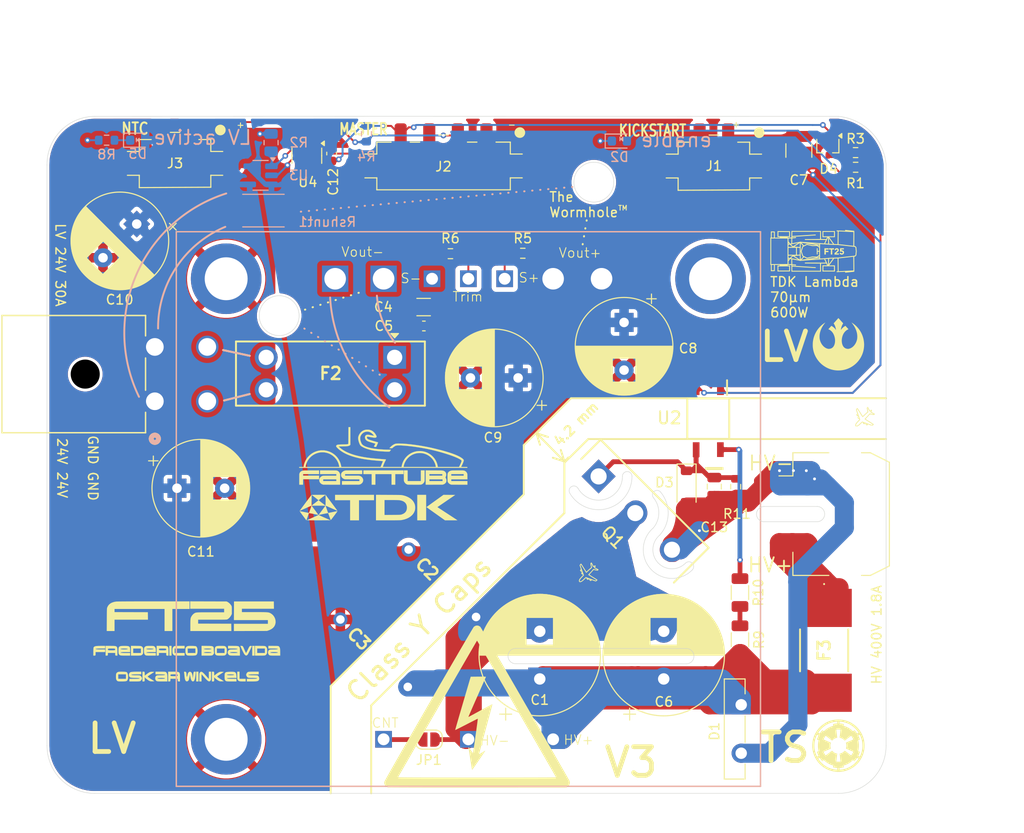
<source format=kicad_pcb>
(kicad_pcb
	(version 20241229)
	(generator "pcbnew")
	(generator_version "9.0")
	(general
		(thickness 1.67)
		(legacy_teardrops no)
	)
	(paper "A4")
	(layers
		(0 "F.Cu" mixed)
		(2 "B.Cu" mixed)
		(9 "F.Adhes" user "F.Adhesive")
		(11 "B.Adhes" user "B.Adhesive")
		(13 "F.Paste" user)
		(15 "B.Paste" user)
		(5 "F.SilkS" user "F.Silkscreen")
		(7 "B.SilkS" user "B.Silkscreen")
		(1 "F.Mask" user)
		(3 "B.Mask" user)
		(17 "Dwgs.User" user "User.Drawings")
		(19 "Cmts.User" user "User.Comments")
		(21 "Eco1.User" user "User.Eco1")
		(23 "Eco2.User" user "User.Eco2")
		(25 "Edge.Cuts" user)
		(27 "Margin" user)
		(31 "F.CrtYd" user "F.Courtyard")
		(29 "B.CrtYd" user "B.Courtyard")
		(35 "F.Fab" user)
		(33 "B.Fab" user)
		(39 "User.1" user)
		(41 "User.2" user)
		(43 "User.3" user)
		(45 "User.4" user)
		(47 "User.5" user)
		(49 "User.6" user)
		(51 "User.7" user)
		(53 "User.8" user)
		(55 "User.9" user)
	)
	(setup
		(stackup
			(layer "F.SilkS"
				(type "Top Silk Screen")
			)
			(layer "F.Paste"
				(type "Top Solder Paste")
			)
			(layer "F.Mask"
				(type "Top Solder Mask")
				(thickness 0.01)
			)
			(layer "F.Cu"
				(type "copper")
				(thickness 0.07)
			)
			(layer "dielectric 1"
				(type "core")
				(thickness 1.51)
				(material "FR4")
				(epsilon_r 4.5)
				(loss_tangent 0.02)
			)
			(layer "B.Cu"
				(type "copper")
				(thickness 0.07)
			)
			(layer "B.Mask"
				(type "Bottom Solder Mask")
				(thickness 0.01)
			)
			(layer "B.Paste"
				(type "Bottom Solder Paste")
			)
			(layer "B.SilkS"
				(type "Bottom Silk Screen")
			)
			(copper_finish "None")
			(dielectric_constraints no)
		)
		(pad_to_mask_clearance 0)
		(allow_soldermask_bridges_in_footprints no)
		(tenting front back)
		(grid_origin 154.6 131.4)
		(pcbplotparams
			(layerselection 0x00000000_00000000_55555555_5755f5ff)
			(plot_on_all_layers_selection 0x00000000_00000000_00000000_00000000)
			(disableapertmacros no)
			(usegerberextensions no)
			(usegerberattributes yes)
			(usegerberadvancedattributes yes)
			(creategerberjobfile no)
			(dashed_line_dash_ratio 12.000000)
			(dashed_line_gap_ratio 3.000000)
			(svgprecision 4)
			(plotframeref no)
			(mode 1)
			(useauxorigin yes)
			(hpglpennumber 1)
			(hpglpenspeed 20)
			(hpglpendiameter 15.000000)
			(pdf_front_fp_property_popups yes)
			(pdf_back_fp_property_popups yes)
			(pdf_metadata yes)
			(pdf_single_document no)
			(dxfpolygonmode yes)
			(dxfimperialunits yes)
			(dxfusepcbnewfont yes)
			(psnegative no)
			(psa4output no)
			(plot_black_and_white yes)
			(plotinvisibletext no)
			(sketchpadsonfab no)
			(plotpadnumbers no)
			(hidednponfab no)
			(sketchdnponfab yes)
			(crossoutdnponfab yes)
			(subtractmaskfromsilk yes)
			(outputformat 1)
			(mirror no)
			(drillshape 0)
			(scaleselection 1)
			(outputdirectory "gerber/")
		)
	)
	(net 0 "")
	(net 1 "/-VIN")
	(net 2 "GND")
	(net 3 "Net-(D4-Pad3)")
	(net 4 "/+VIN")
	(net 5 "+3V3")
	(net 6 "/LV+")
	(net 7 "/3V_buttoncell")
	(net 8 "/TEMP_TSDCDC")
	(net 9 "/HV-in")
	(net 10 "/LV_I_measure")
	(net 11 "/I_meas_weak")
	(net 12 "Net-(U1-+S)")
	(net 13 "Net-(D2-A)")
	(net 14 "Net-(D5-K)")
	(net 15 "/Vout+")
	(net 16 "Net-(R3-Pad2)")
	(net 17 "Net-(U1-TRM)")
	(net 18 "/HV+in")
	(net 19 "/Enable_G")
	(net 20 "/Enable_Opto")
	(net 21 "Net-(JP1-A)")
	(net 22 "Net-(R10-Pad1)")
	(net 23 "/Vout-")
	(footprint "Capacitor_SMD:C_1210_3225Metric" (layer "F.Cu") (at 178.85 64.58 -90))
	(footprint "Resistor_SMD:R_0603_1608Metric" (layer "F.Cu") (at 184.8 64.8))
	(footprint "footprints:airplane" (layer "F.Cu") (at 156.66 108.97 135))
	(footprint "Capacitor_SMD:C_0805_2012Metric" (layer "F.Cu") (at 169.984939 99.830663 -90))
	(footprint "footprints:VY1471M29Y5UC63V0" (layer "F.Cu") (at 130.766058 113.762876 -45))
	(footprint "footprints:rebellion" (layer "F.Cu") (at 183 84.9))
	(footprint "FaSTTUBe_connectors:Micro_Mate-N-Lok_2p_vertical" (layer "F.Cu") (at 169.94 66.21))
	(footprint "Capacitor_THT:CP_Radial_D12.5mm_P5.00mm" (layer "F.Cu") (at 151.679369 120.000968 90))
	(footprint "Capacitor_THT:CP_Radial_D10.0mm_P5.00mm" (layer "F.Cu") (at 109.411454 72.292233 -135))
	(footprint "LOGO"
		(layer "F.Cu")
		(uuid "36ea3436-548e-4414-bac1-a7348850c228")
		(at 180.33 75.14)
		(property "Reference" "G***"
			(at 0 0 0)
			(layer "F.SilkS")
			(hide yes)
			(uuid "f973503b-fa37-47d9-b20f-d30676bb0e6c")
			(effects
				(font
					(size 1.5 1.5)
					(thickness 0.3)
				)
			)
		)
		(property "Value" "LOGO"
			(at 0.75 0 0)
			(layer "F.SilkS")
			(hide yes)
			(uuid "6387be7f-2b16-465c-8f89-140f5aa812b4")
			(effects
				(font
					(size 1.5 1.5)
					(thickness 0.3)
				)
			)
		)
		(property "Datasheet" ""
			(at 0 0 0)
			(layer "F.Fab")
			(hide yes)
			(uuid "41393a24-4ba8-4af2-84c5-5556a5cd9241")
			(effects
				(font
					(size 1.27 1.27)
					(thickness 0.15)
				)
			)
		)
		(property "Description" ""
			(at 0 0 0)
			(layer "F.Fab")
			(hide yes)
			(uuid "47d9374d-4d87-4be0-875b-3451ee135b5f")
			(effects
				(font
					(size 1.27 1.27)
					(thickness 0.15)
				)
			)
		)
		(attr board_only exclude_from_pos_files exclude_from_bom)
		(fp_poly
			(pts
				(xy 2.210106 -0.240934) (xy 2.210106 -0.176067) (xy 2.115122 -0.176067) (xy 2.020138 -0.176067)
				(xy 2.020138 0.088034) (xy 2.020138 0.352134) (xy 1.948322 0.352134) (xy 1.876505 0.352134) (xy 1.876505 0.088034)
				(xy 1.876505 -0.176067) (xy 1.781521 -0.176067) (xy 1.686538 -0.176067) (xy 1.686538 -0.240935)
				(xy 1.686537 -0.305801) (xy 1.948322 -0.305801) (xy 2.210106 -0.305801)
			)
			(stroke
				(width 0)
				(type solid)
			)
			(fill yes)
			(layer "F.SilkS")
			(uuid "7df8e5e8-4ee8-444f-be4a-2fc6df64b466")
		)
		(fp_poly
			(pts
				(xy 1.644837 -0.238617) (xy 1.644837 -0.171435) (xy 1.49657 -0.171434) (xy 1.348303 -0.171434) (xy 1.348303 -0.10425)
				(xy 1.348303 -0.037067) (xy 1.484987 -0.037067) (xy 1.621671 -0.037067) (xy 1.621671 0.030116) (xy 1.621671 0.0973)
				(xy 1.484987 0.0973) (xy 1.348303 0.0973) (xy 1.348303 0.224717) (xy 1.348303 0.352134) (xy 1.27417 0.352134)
				(xy 1.200036 0.352134) (xy 1.200036 0.023167) (xy 1.200037 -0.305801) (xy 1.422437 -0.305801) (xy 1.644836 -0.305801)
			)
			(stroke
				(width 0)
				(type solid)
			)
			(fill yes)
			(layer "F.SilkS")
			(uuid "79488fa3-17fb-4e16-b5f3-2b64540a352f")
		)
		(fp_poly
			(pts
				(xy 2.532179 -0.312678) (xy 2.576155 -0.304473) (xy 2.614922 -0.2894) (xy 2.648 -0.267744) (xy 2.67491 -0.239793)
				(xy 2.695172 -0.205832) (xy 2.704208 -0.181813) (xy 2.708716 -0.159076) (xy 2.7108 -0.130942) (xy 2.71048 -0.100955)
				(xy 2.707773 -0.072656) (xy 2.703574 -0.052464) (xy 2.698715 -0.037255) (xy 2.692926 -0.02316) (xy 2.685517 -0.009402)
				(xy 2.675798 0.004797) (xy 2.663078 0.020215) (xy 2.646666 0.037632) (xy 2.625872 0.057823) (xy 2.600005 0.081568)
				(xy 2.568374 0.109644) (xy 2.53029 0.142829) (xy 2.529931 0.14314) (xy 2.430439 0.229351) (xy 2.575106 0.230575)
				(xy 2.719774 0.231799) (xy 2.719774 0.291967) (xy 2.719774 0.352134) (xy 2.490308 0.352134) (xy 2.260843 0.352134)
				(xy 2.262116 0.277056) (xy 2.263389 0.201979) (xy 2.356056 0.119177) (xy 2.402943 0.077122) (xy 2.443117 0.04073)
				(xy 2.476929 0.009665) (xy 2.504727 -0.016408) (xy 2.526863 -0.037827) (xy 2.543685 -0.054929) (xy 2.555544 -0.06805)
				(xy 2.562789 -0.077524) (xy 2.565176 -0.081851) (xy 2.5716 -0.10729) (xy 2.569746 -0.130812) (xy 2.56056 -0.15134)
				(xy 2.544994 -0.167801) (xy 2.523994 -0.179121) (xy 2.49851 -0.184225) (xy 2.475724 -0.18314) (xy 2.452963 -0.175273)
				(xy 2.433454 -0.159912) (xy 2.418912 -0.1387) (xy 2.413064 -0.123046) (xy 2.407173 -0.101018) (xy 2.367714 -0.103927)
				(xy 2.344598 -0.10571) (xy 2.320508 -0.107692) (xy 2.30031 -0.109471) (xy 2.298702 -0.109622) (xy 2.269145 -0.112408)
				(xy 2.272093 -0.14061) (xy 2.280459 -0.177948) (xy 2.296913 -0.213524) (xy 2.320278 -0.245457) (xy 2.349375 -0.271863)
				(xy 2.357833 -0.277654) (xy 2.388158 -0.29404) (xy 2.420755 -0.305158) (xy 2.458064 -0.31171) (xy 2.483473 -0.313727)
			)
			(stroke
				(width 0)
				(type solid)
			)
			(fill yes)
			(layer "F.SilkS")
			(uuid "c06ae400-d6b0-4739-b2a0-6d35249e5efc")
		)
		(fp_poly
			(pts
				(xy 3.243342 -0.245567) (xy 3.243342 -0.185334) (xy 3.111291 -0.185334) (xy 2.979241 -0.185333)
				(xy 2.979241 -0.135525) (xy 2.979241 -0.085718) (xy 3.035999 -0.085703) (xy 3.075658 -0.084189)
				(xy 3.108746 -0.079239) (xy 3.137528 -0.070212) (xy 3.16427 -0.05647) (xy 3.181956 -0.044466) (xy 3.203555 -0.026318)
				(xy 3.221029 -0.006004) (xy 3.236416 0.019128) (xy 3.246178 0.039116) (xy 3.254238 0.063529) (xy 3.259574 0.09369)
				(xy 3.261941 0.126422) (xy 3.261098 0.158544) (xy 3.257324 0.184609) (xy 3.244399 0.223685) (xy 3.224208 0.260227)
				(xy 3.198098 0.292412) (xy 3.167418 0.318418) (xy 3.150847 0.328502) (xy 3.111135 0.345164) (xy 3.066727 0.356095)
				(xy 3.020478 0.360938) (xy 2.975243 0.359334) (xy 2.945754 0.354196) (xy 2.903627 0.339619) (xy 2.867264 0.317857)
				(xy 2.836999 0.289211) (xy 2.813163 0.253981) (xy 2.79881 0.220868) (xy 2.79432 0.207035) (xy 2.791744 0.197519)
				(xy 2.791552 0.194601) (xy 2.796444 0.193609) (xy 2.808775 0.190877) (xy 2.826961 0.186759) (xy 2.849416 0.181613)
				(xy 2.863407 0.178384) (xy 2.887539 0.172819) (xy 2.908262 0.168078) (xy 2.924002 0.164518) (xy 2.933186 0.162495)
				(xy 2.934883 0.162167) (xy 2.937199 0.166065) (xy 2.941475 0.175947) (xy 2.943919 0.182163) (xy 2.957618 0.206359)
				(xy 2.976856 0.224378) (xy 2.999977 0.235881) (xy 3.025322 0.240528) (xy 3.051235 0.23798) (xy 3.076057 0.227898)
				(xy 3.095075 0.213134) (xy 3.111612 0.190456) (xy 3.120769 0.164235) (xy 3.12262 0.136431) (xy 3.117245 0.108995)
				(xy 3.10472 0.083886) (xy 3.089275 0.066498) (xy 3.070671 0.05315) (xy 3.049056 0.043822) (xy 3.022749 0.038071)
				(xy 2.990066 0.035457) (xy 2.969974 0.03519) (xy 2.940708 0.035905) (xy 2.915232 0.038169) (xy 2.889963 0.042519)
				(xy 2.861313 0.04949) (xy 2.845988 0.053732) (xy 2.835519 0.056704) (xy 2.838042 -0.086323) (xy 2.838768 -0.123978)
				(xy 2.83959 -0.160526) (xy 2.840463 -0.194417) (xy 2.841344 -0.224098) (xy 2.842188 -0.248021) (xy 2.842954 -0.264633)
				(xy 2.843135 -0.267576) (xy 2.845706 -0.305801) (xy 3.044525 -0.305801) (xy 3.243342 -0.305801)
			)
			(stroke
				(width 0)
				(type solid)
			)
			(fill yes)
			(layer "F.SilkS")
			(uuid "5a963cb9-9510-4127-9f96-127e7c222fca")
		)
		(fp_poly
			(pts
				(xy 3.38727 -2.232811) (xy 3.40086 -2.231479) (xy 3.422092 -2.229358) (xy 3.450178 -2.22653) (xy 3.484329 -2.223073)
				(xy 3.523759 -2.219069) (xy 3.567678 -2.214599) (xy 3.615297 -2.209743) (xy 3.66583 -2.204582) (xy 3.718489 -2.199197)
				(xy 3.772484 -2.193667) (xy 3.827029 -2.188075) (xy 3.881335 -2.182501) (xy 3.934614 -2.177024)
				(xy 3.986077 -2.171727) (xy 4.034939 -2.166689) (xy 4.080407 -2.161992) (xy 4.121698 -2.157716)
				(xy 4.158021 -2.153941) (xy 4.188587 -2.150748) (xy 4.200017 -2.149547) (xy 4.234253 -2.145885)
				(xy 4.265408 -2.142435) (xy 4.292316 -2.139335) (xy 4.31381 -2.136726) (xy 4.328722 -2.134745) (xy 4.335885 -2.133532)
				(xy 4.336334 -2.133359) (xy 4.336533 -2.128574) (xy 4.336655 -2.115023) (xy 4.336705 -2.093209)
				(xy 4.336684 -2.063633) (xy 4.336595 -2.026795) (xy 4.33644 -1.983198) (xy 4.336223 -1.933343) (xy 4.335944 -1.877731)
				(xy 4.335608 -1.816864) (xy 4.335216 -1.751243) (xy 4.33477 -1.681369) (xy 4.334273 -1.607743) (xy 4.333728 -1.530869)
				(xy 4.333136 -1.451244) (xy 4.332871 -1.416624) (xy 4.332241 -1.334602) (xy 4.331634 -1.254271)
				(xy 4.33105 -1.176204) (xy 4.330496 -1.10097) (xy 4.329976 -1.029142) (xy 4.329492 -0.961291) (xy 4.329052 -0.897987)
				(xy 4.328655 -0.839801) (xy 4.328308 -0.787305) (xy 4.328013 -0.741071) (xy 4.327776 -0.701668)
				(xy 4.327599 -0.669669) (xy 4.327487 -0.645643) (xy 4.327444 -0.630164) (xy 4.327444 -0.627586)
				(xy 4.327545 -0.55322) (xy 4.37377 -0.54809) (xy 4.419996 -0.542959) (xy 4.484971 -0.483626) (xy 4.505281 -0.464833)
				(xy 4.522986 -0.44798) (xy 4.537024 -0.434118) (xy 4.546333 -0.424295) (xy 4.54985 -0.419562) (xy 4.549855 -0.419489)
				(xy 4.550293 -0.414027) (xy 4.551582 -0.400285) (xy 4.55363 -0.379199) (xy 4.556344 -0.351708) (xy 4.55963 -0.31875)
				(xy 4.563396 -0.281261) (xy 4.567548 -0.240179) (xy 4.571355 -0.202709) (xy 4.592945 0.009267) (xy 4.571355 0.221242)
				(xy 4.566945 0.264663) (xy 4.562841 0.305296) (xy 4.559137 0.342206) (xy 4.555926 0.374453) (xy 4.553301 0.401102)
				(xy 4.551353 0.421213) (xy 4.550178 0.433849) (xy 4.549855 0.438022) (xy 4.546612 0.442512) (xy 4.537531 0.452137)
				(xy 4.523674 0.465847) (xy 4.506105 0.482593) (xy 4.485885 0.501324) (xy 4.484971 0.50216) (xy 4.419997 0.561493)
				(xy 4.373769 0.566623) (xy 4.327545 0.571753) (xy 4.327444 0.646119) (xy 4.327469 0.65926) (xy 4.327563 0.681097)
				(xy 4.327723 0.711058) (xy 4.327945 0.748571) (xy 4.328225 0.793067) (xy 4.328559 0.843974) (xy 4.328943 0.90072)
				(xy 4.329373 0.962734) (xy 4.329846 1.029446) (xy 4.330356 1.100286) (xy 4.330901 1.17468) (xy 4.331477 1.252059)
				(xy 4.332079 1.33185) (xy 4.332704 1.413485) (xy 4.332871 1.435157) (xy 4.333481 1.5158) (xy 4.334047 1.593906)
				(xy 4.334564 1.668978) (xy 4.335032 1.740512) (xy 4.335447 1.808006) (xy 4.335808 1.870958) (xy 4.336111 1.928869)
				(xy 4.336355 1.981237) (xy 4.336537 2.02756) (xy 4.336653 2.067337) (xy 4.336704 2.100067) (xy 4.336685 2.125248)
				(xy 4.336594 2.142379) (xy 4.336429 2.150958) (xy 4.336335 2.151893) (xy 4.331377 2.152884) (xy 4.318367 2.15468)
				(xy 4.298472 2.157138) (xy 4.272859 2.160123) (xy 4.242694 2.163495) (xy 4.209148 2.167117) (xy 4.200017 2.168082)
				(xy 4.172233 2.170992) (xy 4.138346 2.174521) (xy 4.099146 2.178586) (xy 4.055419 2.183108) (xy 4.007954 2.188005)
				(xy 3.957539 2.193199) (xy 3.904962 2.198607) (xy 3.851011 2.204148) (xy 3.796475 2.209742) (xy 3.742141 2.215309)
				(xy 3.688796 2.220768) (xy 3.63723 2.226037) (xy 3.588231 2.231037) (xy 3.542586 2.235687) (xy 3.501083 2.239906)
				(xy 3.464512 2.243614) (xy 3.433658 2.246729) (xy 3.409312 2.249172) (xy 3.39226 2.250859) (xy 3.383291 2.251715)
				(xy 3.382109 2.251806) (xy 3.380255 2.247528) (xy 3.378178 2.23608) (xy 3.376217 2.219545) (xy 3.37545 2.210835)
				(xy 3.3736 2.191763) (xy 3.371439 2.175942) (xy 3.369333 2.165869) (xy 3.368582 2.163999) (xy 3.368194 2.163123)
				(xy 3.367841 2.162336) (xy 3.367055 2.161657) (xy 3.365358 2.161104) (xy 3.362276 2.160697) (xy 3.357337 2.160453)
				(xy 3.350069 2.160392) (xy 3.339994 2.160532) (xy 3.32664 2.16089) (xy 3.309536 2.161487) (xy 3.288204 2.162341)
				(xy 3.26217 2.16347) (xy 3.230964 2.164892) (xy 3.19411 2.166627) (xy 3.151135 2.168692) (xy 3.101565 2.171107)
				(xy 3.044926 2.17389) (xy 2.980744 2.177059) (xy 2.908545 2.180634) (xy 2.827857 2.184632) (xy 2.773776 2.187311)
				(xy 2.723126 2.189773) (xy 2.675244 2.19201) (xy 2.630927 2.19399) (xy 2.590972 2.195683) (xy 2.556177 2.197057)
				(xy 2.52734 2.198081) (xy 2.505257 2.198724) (xy 2.490727 2.198954) (xy 2.484548 2.198738) (xy 2.484397 2.198675)
				(xy 2.482972 2.193086) (xy 2.4815 2.180449) (xy 2.480208 2.162975) (xy 2.479683 2.152716) (xy 2.477796 2.109587)
				(xy 2.502643 2.106603) (xy 2.520245 2.105084) (xy 2.542271 2.103995) (xy 2.563398 2.103579) (xy 2.599307 2.103539)
				(xy 2.599205 2.03983) (xy 2.599136 2.026958) (xy 2.59896 2.005475) (xy 2.598682 1.976034) (xy 2.598313 1.939289)
				(xy 2.597857 1.895895) (xy 2.597323 1.846507) (xy 2.596718 1.791777) (xy 2.596049 1.732363) (xy 2.595323 1.668916)
				(xy 2.594547 1.602089) (xy 2.593729 1.53254) (xy 2.592876 1.460921) (xy 2.592357 1.417804) (xy 2.591488 1.345622)
				(xy 2.590651 1.275356) (xy 2.589851 1.207638) (xy 2.589097 1.143098) (xy 2.588395 1.08237) (xy 2.587752 1.026085)
				(xy 2.587175 0.974875) (xy 2.586672 0.929372) (xy 2.58625 0.890208) (xy 2.585916 0.858015) (xy 2.585677 0.833425)
				(xy 2.585539 0.817069) (xy 2.585508 0.811266) (xy 2.585407 0.763045) (xy 2.477681 0.76615) (xy 2.420738 0.767807)
				(xy 2.372367 0.769264) (xy 2.331872 0.770562) (xy 2.298559 0.771745) (xy 2.271738 0.772854) (xy 2.250712 0.773931)
				(xy 2.234789 0.775018) (xy 2.223275 0.776158) (xy 2.215478 0.777392) (xy 2.210703 0.778764) (xy 2.208257 0.780313)
				(xy 2.207447 0.782084) (xy 2.207419 0.782564) (xy 2.204733 0.787317) (xy 2.196946 0.798996) (xy 2.184444 0.817061)
				(xy 2.167617 0.84097) (xy 2.146849 0.870183) (xy 2.122527 0.90416) (xy 2.09504 0.94236) (xy 2.064773 0.984242)
				(xy 2.032115 1.029266) (xy 1.99745 1.07689) (xy 1.961168 1.126575) (xy 1.960005 1.128165) (xy 1.923623 1.177986)
				(xy 1.888809 1.225823) (xy 1.855956 1.271128) (xy 1.825453 1.313354) (xy 1.797694 1.351955) (xy 1.773068 1.386383)
				(xy 1.751966 1.416092) (xy 1.734781 1.440534) (xy 1.721903 1.459162) (xy 1.713724 1.47143) (xy 1.710635 1.47679)
				(xy 1.710627 1.476824) (xy 1.708624 1.487304) (xy 2.003382 1.487304) (xy 2.298139 1.487304) (xy 2.298144 1.583446)
				(xy 2.298213 1.608384) (xy 2.298406 1.641116) (xy 2.29871 1.680174) (xy 2.299111 1.724089) (xy 2.299595 1.771389)
				(xy 2.300147 1.820606) (xy 2.300755 1.870268) (xy 2.301218 1.905463) (xy 2.304286 2.131339) (xy 1.647305 2.131339)
				(xy 0.990323 2.131339) (xy 0.993195 2.113964) (xy 0.993689 2.106417) (xy 0.994158 2.090423) (xy 0.994594 2.066805)
				(xy 0.99496 2.038672) (xy 1.08875 2.038672) (xy 1.647111 2.038672) (xy 2.205472 2.038672) (xy 2.205472 1.809321)
				(xy 2.205472 1.579971) (xy 1.656421 1.579199) (xy 1.585739 1.579096) (xy 1.517565 1.578991) (xy 1.452484 1.578885)
				(xy 1.391074 1.578779) (xy 1.333918 1.578675) (xy 1.281595 1.578571) (xy 1.234689 1.578472) (xy 1.193778 1.578378)
				(xy 1.159447 1.57829) (xy 1.132272 1.578209) (xy 1.112838 1.578137) (xy 1.101725 1.578074) (xy 1.099261 1.57804)
				(xy 1.097423 1.578408) (xy 1.095875 1.580202) (xy 1.094589 1.584173) (xy 1.093535 1.591074) (xy 1.092682 1.601656)
				(xy 1.091999 1.61667) (xy 1.091456 1.636869) (xy 1.091023 1.663004) (xy 1.090669 1.695827) (xy 1.090364 1.736087)
				(xy 1.090077 1.784539) (xy 1.089951 1.808163) (xy 1.08875 2.038672) (xy 0.99496 2.038672) (xy 0.99499 2.036382)
				(xy 0.995338 1.999975) (xy 0.995631 1.958404) (xy 0.995862 1.912492) (xy 0.996024 1.863057) (xy 0.996108 1.810921)
				(xy 0.996118 1.78963) (xy 0.996169 1.482671) (xy 1.242123 1.482671) (xy 1.291787 1.482595) (xy 1.337431 1.482378)
				(xy 1.378334 1.48203) (xy 1.413769 1.481564) (xy 1.443013 1.480992) (xy 1.465339 1.480327) (xy 1.480024 1.47958)
				(xy 1.486341 1.478764) (xy 1.486531 1.478558) (xy 1.484152 1.47334) (xy 1.478357 1.461039) (xy 1.469747 1.442919)
				(xy 1.458926 1.420247) (xy 1.446495 1.394288) (xy 1.441011 1.382862) (xy 1.397037 1.291279) (xy 1.283478 1.294298)
				(xy 1.249685 1.295057) (xy 1.208904 1.295746) (xy 1.163413 1.296342) (xy 1.11549 1.296818) (xy 1.067413 1.297151)
				(xy 1.021462 1.297314) (xy 1.006594 1.297327) (xy 0.843269 1.297337) (xy 0.843269 1.721288) (xy 0.843269 2.145239)
				(xy -0.708148 2.145239) (xy -2.259563 2.145239) (xy -2.262634 1.935978) (xy -2.263315 1.886185)
				(xy -2.263944 1.833688) (xy -2.264503 1.780411) (xy -2.264976 1.728276) (xy -2.265345 1.679207)
				(xy -2.265592 1.635127) (xy -2.265702 1.59796) (xy -2.265706 1.590794) (xy -2.265739 1.55167) (xy -2.265876 1.520834)
				(xy -2.266173 1.497306) (xy -2.266692 1.480108) (xy -2.26749 1.46826) (xy -2.268626 1.460783) (xy -2.270157 1.456697)
				(xy -2.272141 1.455025) (xy -2.273814 1.454766) (xy -2.280294 1.454537) (xy -2.294854 1.453935)
				(xy -2.316319 1.453013) (xy -2.343512 1.451821) (xy -2.37526 1.450411) (xy -2.410382 1.448834) (xy -2.43019 1.447939)
				(xy -2.468142 1.446262) (xy -2.504686 1.44473) (xy -2.538371 1.443397) (xy -2.567745 1.442318) (xy -2.591357 1.441547)
				(xy -2.607758 1.441142) (xy -2.612049 1.441093) (xy -2.64564 1.44097) (xy -2.64564 1.468771) (xy -2.645639 1.496571)
				(xy -2.525331 1.496571) (xy -2.405021 1.496571) (xy -2.403705 1.805846) (xy -2.403515 1.858546)
				(xy -2.403401 1.908502) (xy -2.40336 1.954946) (xy -2.40339 1.997109) (xy -2.403489 2.034222) (xy -2.403653 2.065515)
				(xy -2.403881 2.090221) (xy -2.404171 2.107569) (xy -2.404518 2.116791) (xy -2.404706 2.118106)
				(xy -2.409529 2.11848) (xy -2.423095 2.118886) (xy -2.44488 2.119321) (xy -2.474362 2.119778) (xy -2.511016 2.120253)
				(xy -2.554319 2.12074) (xy -2.603749 2.121235) (xy -2.658781 2.121732) (xy -2.718891 2.122227) (xy -2.783558 2.122715)
				(xy -2.852257 2.12319) (xy -2.924462 2.123648) (xy -2.999654 2.124083) (xy -3.0638 2.124423) (xy -3.720577 2.127757)
				(xy -3.720577 1.81448) (xy -3.720577 1.593871) (xy -3.62791 1.593871) (xy -3.62791 1.814711) (xy -3.62791 2.03555)
				(xy -3.411698 2.032478) (xy -3.369215 2.031948) (xy -3.31891 2.031448) (xy -3.262228 2.030984) (xy -3.200615 2.030565)
				(xy -3.135516 2.030198) (xy -3.068375 2.029891) (xy -3.000637 2.029653) (xy -2.933749 2.02949) (xy -2.869154 2.029412)
				(xy -2.846385 2.029405) (xy -2.497283 2.029405) (xy -2.498486 1.81048) (xy -2.49969 1.591554) (xy -2.537915 1.591676)
				(xy -2.547579 1.591701) (xy -2.565869 1.591743) (xy -2.592146 1.591801) (xy -2.62577 1.591872) (xy -2.666099 1.591957)
				(xy -2.712496 1.592053) (xy -2.764319 1.592159) (xy -2.820929 1.592274) (xy -2.881685 1.592396)
				(xy -2.945948 1.592525) (xy -3.013077 1.592659) (xy -3.082432 1.592796) (xy -3.102025 1.592834)
				(xy -3.62791 1.593871) (xy -3.720577 1.593871) (xy -3.720577 1.501204) (xy -3.654551 1.501183) (xy -3.624666 1.500936)
				(xy -3.592334 1.500279) (xy -3.561481 1.499312) (xy -3.536401 1.498158) (xy -3.484276 1.495155)
				(xy -3.484276 1.468063) (xy -3.484276 1.44097) (xy -3.740716 1.44097) (xy -3.997156 1.44097) (xy -4.000524 1.764101)
				(xy -4.001097 1.817922) (xy -4.001663 1.868962) (xy -4.002214 1.916476) (xy -4.002738 1.959718)
				(xy -4.003227 1.997942) (xy -4.00367 2.030405) (xy -4.004058 2.056359) (xy -4.004382 2.07506) (xy -4.004631 2.085762)
				(xy -4.004755 2.088096) (xy -4.009616 2.088576) (xy -4.02259 2.089168) (xy -4.042528 2.089847) (xy -4.068278 2.090589)
				(xy -4.098689 2.091373) (xy -4.132609 2.092176) (xy -4.168888 2.092974) (xy -4.206373 2.093745)
				(xy -4.243913 2.094466) (xy -4.28036 2.095114) (xy -4.314559 2.095667) (xy -4.34536 2.096101) (xy -4.371612 2.096393)
				(xy -4.392163 2.096521) (xy -4.405862 2.096463) (xy -4.411559 2.096194) (xy -4.41163 2.096166) (xy -4.412287 2.091243)
				(xy -4.412909 2.077802) (xy -4.413489 2.056593) (xy -4.414016 2.028365) (xy -4.414482 1.993867)
				(xy -4.414878 1.953848) (xy -4.415193 1.909058) (xy -4.415422 1.860246) (xy -4.415551 1.808161)
				(xy -4.415578 1.769665) (xy -4.415578 1.445919) (xy -4.322912 1.44592) (xy -4.322911 1.632667) (xy -4.32283 1.677998)
				(xy -4.322597 1.724363) (xy -4.322233 1.770035) (xy -4.321755 1.813286) (xy -4.321184 1.852391)
				(xy -4.320538 1.885623) (xy -4.319861 1.910511) (xy -4.31681 2.001605) (xy -4.27237 2.001588) (xy -4.250095 2.001348)
				(xy -4.222113 2.000707) (xy -4.191967 1.999762) (xy -4.163205 1.99861) (xy -4.162654 1.998585) (xy -4.09738 1.995599)
				(xy -4.094329 1.722449) (xy -4.093807 1.672987) (xy -4.093375 1.626306) (xy -4.093037 1.583227)
				(xy -4.092796 1.544568) (xy -4.092653 1.51115) (xy -4.092615 1.483793) (xy -4.092685 1.463316) (xy -4.092866 1.450539)
				(xy -4.09313 1.446294) (xy -4.09808 1.445515) (xy -4.111021 1.444917) (xy -4.130668 1.444519) (xy -4.155749 1.444338)
				(xy -4.184984 1.444394) (xy -4.208947 1.444604) (xy -4.322912 1.44592) (xy -4.415578 1.445919) (xy -4.415578 1.445604)
				(xy -4.44609 1.445604) (xy -4.476601 1.445603) (xy -4.472918 1.340195) (xy -4.472551 1.32484) (xy -4.472203 1.300703)
				(xy -4.471875 1.268271) (xy -4.471567 1.22803) (xy -4.471279 1.180464) (xy -4.47101 1.126058) (xy -4.470761 1.065302)
				(xy -4.470532 0.998677) (xy -4.470323 0.92667) (xy -4.470132 0.849767) (xy -4.469964 0.768454) (xy -4.469814 0.683216)
				(xy -4.469683 0.594538) (xy -4.469572 0.502907) (xy -4.469482 0.408808) (xy -4.469412 0.312726)
				(xy -4.469361 0.215146) (xy -4.469329 0.116557) (xy -4.469318 0.017441) (xy -4.469319 0.009267)
				(xy -4.376195 0.009267) (xy -4.376195 1.348304) (xy -3.921735 1.348303) (xy -3.84542 1.348265) (xy -3.763054 1.348156)
				(xy -3.676284 1.347978) (xy -3.586755 1.34774) (xy -3.496112 1.347448) (xy -3.4755 1.34737) (xy -2.566874 1.347369)
				(xy -2.510115 1.350271) (xy -2.485398 1.351507) (xy -2.454562 1.353009) (xy -2.420743 1.354622)
				(xy -2.387079 1.356201) (xy -2.369956 1.35699) (xy -2.342439 1.358262) (xy -2.317591 1.359435) (xy -2.297116 1.360426)
				(xy -2.28272 1.361153) (xy -2.27648 1.361507) (xy -2.266404 1.362204) (xy -2.268995 1.099261) (xy -2.269489 1.050816)
				(xy -2.269988 1.005216) (xy -2.270479 0.963292) (xy -2.270952 0.925869) (xy -2.271395 0.893779)
				(xy -2.271407 0.893007) (xy -2.176597 0.893007) (xy -2.176496 0.920555) (xy -2.176287 0.953996)
				(xy -2.175973 0.992488) (xy -2.175561 1.035186) (xy -2.175055 1.081248) (xy -2.174701 1.110891)
				(xy -2.17154 1.365972) (xy -2.129432 1.368977) (xy -2.067771 1.373609) (xy -2.010185 1.378392) (xy -1.957281 1.383255)
				(xy -1.909674 1.388125) (xy -1.867971 1.39293) (xy -1.832783 1.397595) (xy -1.80472 1.40205) (xy -1.784393 1.406223)
				(xy -1.772412 1.410037) (xy -1.769774 1.411753) (xy -1.769529 1.417538) (xy -1.771735 1.42998) (xy -1.775956 1.446925)
				(xy -1.778921 1.457187) (xy -1.785239 1.477077) (xy -1.790133 1.489488) (xy -1.794401 1.495928)
				(xy -1.798845 1.497914) (xy -1.800426 1.497857) (xy -1.808153 1.49683) (xy -1.823059 1.494741) (xy -1.843149 1.491874)
				(xy -1.866434 1.488511) (xy -1.871871 1.48772) (xy -1.897523 1.484335) (xy -1.929466 1.480654) (xy -1.964746 1.476986)
				(xy -2.000406 1.473642) (xy -2.027089 1.471419) (xy -2.057452 1.46905) (xy -2.086497 1.466764) (xy -2.112259 1.464717)
				(xy -2.132778 1.463064) (xy -2.146087 1.461962) (xy -2.146397 1.461935) (xy -2.173039 1.459646)
				(xy -2.173039 1.489692) (xy -2.172691 1.506113) (xy -2.171285 1.515262) (xy -2.168279 1.519122)
				(xy -2.164797 1.519737) (xy -2.158723 1.520031) (xy -2.144281 1.520874) (xy -2.12235 1.522213) (xy -2.093809 1.52399)
				(xy -2.059538 1.526152) (xy -2.020415 1.528643) (xy -1.977319 1.531407) (xy -1.93113 1.534389) (xy -1.906488 1.535988)
				(xy -1.854929 1.539338) (xy -1.80268 1.542728) (xy -1.751135 1.546071) (xy -1.701688 1.549275) (xy -1.655732 1.55225)
				(xy -1.614661 1.554907) (xy -1.579869 1.557154) (xy -1.552749 1.558901) (xy -1.549854 1.559087)
				(xy -1.519396 1.561047) (xy -1.481663 1.56348) (xy -1.438624 1.566258) (xy -1.392251 1.569254) (xy -1.344516 1.57234)
				(xy -1.297389 1.575391) (xy -1.264903 1.577495) (xy -1.217015 1.580596) (xy -1.16498 1.583963) (xy -1.111213 1.587439)
				(xy -1.058137 1.590868) (xy -1.008165 1.594093) (xy -0.963719 1.596959) (xy -0.942887 1.598301)
				(xy -0.897305 1.601236) (xy -0.845716 1.60456) (xy -0.791355 1.608063) (xy -0.737462 1.611537) (xy -0.687275 1.614773)
				(xy -0.655619 1.616816) (xy -0.610848 1.619703) (xy -0.559926 1.622982) (xy -0.505948 1.626455)
				(xy -0.452011 1.629924) (xy -0.401211 1.633186) (xy -0.363718 1.635592) (xy -0.328419 1.637861)
				(xy -0.285555 1.640625) (xy -0.236806 1.643776) (xy -0.183852 1.647202) (xy -0.128376 1.650799)
				(xy -0.072057 1.654455) (xy -0.016577 1.658062) (xy 0.031407 1.661186) (xy 0.078504 1.664246) (xy 0.122931 1.667115)
				(xy 0.163807 1.669738) (xy 0.200251 1.672059) (xy 0.231381 1.674022) (xy 0.256316 1.675572) (xy 0.274174 1.676652)
				(xy 0.284073 1.677206) (xy 0.285714 1.677271) (xy 0.289145 1.678355) (xy 0.291125 1.682707) (xy 0.291847 1.691981)
				(xy 0.291504 1.70783) (xy 0.290854 1.721421) (xy 0.289553 1.740799) (xy 0.287959 1.756543) (xy 0.286321 1.766454)
				(xy 0.285478 1.768637) (xy 0.280651 1.768608) (xy 0.266958 1.768) (xy 0.24478 1.766836) (xy 0.214499 1.765141)
				(xy 0.176497 1.762937) (xy 0.131153 1.76025) (xy 0.078851 1.757101) (xy 0.019972 1.753516) (xy -0.045106 1.749517)
				(xy -0.115998 1.745128) (xy -0.192324 1.740372) (xy -0.273703 1.735274) (xy -0.359753 1.729857)
				(xy -0.450093 1.724144) (xy -0.544342 1.718159) (xy -0.642118 1.711925) (xy -0.743041 1.705468)
				(xy -0.846728 1.698808) (xy -0.944155 1.692531) (xy -1.050013 1.6857) (xy -1.153439 1.679031) (xy -1.254052 1.67255)
				(xy -1.351472 1.666279) (xy -1.445319 1.660243) (xy -1.535212 1.654466) (xy -1.620772 1.648974)
				(xy -1.701618 1.643789) (xy -1.77737 1.638936) (xy -1.847648 1.634441) (xy -1.912071 1.630326) (xy -1.97026 1.626617)
				(xy -2.021834 1.623337) (xy -2.066412 1.620512) (xy -2.103615 1.618164) (xy -2.133063 1.61632) (xy -2.154375 1.615002)
				(xy -2.167171 1.614236) (xy -2.171095 1.614039) (xy -2.171128 1.618662) (xy -2.171074 1.631645)
				(xy -2.170943 1.652082) (xy -2.170742 1.679067) (xy -2.170476 1.711694) (xy -2.170155 1.749057)
				(xy -2.169782 1.790249) (xy -2.169374 1.833647) (xy -2.167282 2.052572) (xy -0.707684 2.052572)
				(xy 0.751913 2.052572) (xy 0.748501 1.676113) (xy 0.747965 1.617934) (xy 0.747438 1.562492) (xy 0.746927 1.510476)
				(xy 0.746439 1.462575) (xy 0.745982 1.419482) (xy 0.745565 1.381879) (xy 0.745193 1.350461) (xy 0.744876 1.325917)
				(xy 0.74462 1.308934) (xy 0.744433 1.300203) (xy 0.74437 1.299146) (xy 0.739738 1.29906) (xy 0.726314 1.298912)
				(xy 0.704572 1.298707) (xy 0.674985 1.29845) (xy 0.63803 1.298141) (xy 0.594179 1.297786) (xy 0.543907 1.297389)
				(xy 0.487688 1.296953) (xy 0.425996 1.296482) (xy 0.359306 1.295979) (xy 0.288092 1.295448) (xy 0.212828 1.294894)
				(xy 0.133988 1.294318) (xy 0.052047 1.293726) (xy -0.032522 1.293121) (xy -0.050967 1.292989) (xy -0.136082 1.292366)
				(xy -0.218697 1.291727) (xy -0.298338 1.291076) (xy -0.374525 1.29042) (xy -0.446785 1.289762) (xy -0.51464 1.289109)
				(xy -0.577615 1.288467) (xy -0.635234 1.287838) (xy -0.687017 1.287229) (xy -0.732492 1.286647)
				(xy -0.771182 1.286094) (xy -0.80261 1.285578) (xy -0.8263 1.285103) (xy -0.841774 1.284674) (xy -0.848559 1.284296)
				(xy -0.848834 1.284224) (xy -0.849966 1.278521) (xy -0.850313 1.265798) (xy -0.849853 1.248265)
				(xy -0.849272 1.23771) (xy -0.84646 1.194313) (xy -0.241371 1.198332) (xy -0.165921 1.198806) (xy -0.087571 1.199245)
				(xy -0.006827 1.199647) (xy 0.075804 1.200015) (xy 0.159817 1.200345) (xy 0.244705 1.200641) (xy 0.329962 1.2009)
				(xy 0.415083 1.201123) (xy 0.49956 1.201308) (xy 0.582888 1.201456) (xy 0.664561 1.201569) (xy 0.744073 1.201645)
				(xy 0.820918 1.20168) (xy 0.894589 1.201678) (xy 0.964581 1.20164) (xy 1.030387 1.201562) (xy 1.091501 1.201446)
				(xy 1.147417 1.20129) (xy 1.19763 1.201096) (xy 1.241632 1.200862) (xy 1.278919 1.200589) (xy 1.308983 1.200276)
				(xy 1.331319 1.199923) (xy 1.34542 1.19953) (xy 1.35078 1.199096) (xy 1.350806 1.199078) (xy 1.349214 1.19475)
				(xy 1.344123 1.183101) (xy 1.336024 1.165174) (xy 1.325408 1.142014) (xy 1.312764 1.114663) (xy 1.298583 1.084164)
				(xy 1.283355 1.051563) (xy 1.26757 1.0179) (xy 1.251718 0.984222) (xy 1.23629 0.951571) (xy 1.221776 0.920988)
				(xy 1.208665 0.893521) (xy 1.197449 0.87021) (xy 1.188618 0.852101) (xy 1.18266 0.840235) (xy 1.180095 0.835685)
				(xy 1.175226 0.835695) (xy 1.161554 0.836353) (xy 1.139522 0.83763) (xy 1.10957 0.839495) (xy 1.07214 0.84192)
				(xy 1.027672 0.844876) (xy 0.976607 0.848331) (xy 0.919386 0.852257) (xy 0.85645 0.856627) (xy 0.788239 0.861409)
				(xy 0.715194 0.866573) (xy 0.685735 0.868667) (xy 0.663095 0.870269) (xy 0.632355 0.872428) (xy 0.594658 0.875065)
				(xy 0.551149 0.8781) (xy 0.502971 0.881454) (xy 0.451269 0.885047) (xy 0.397186 0.888799) (xy 0.341867 0.89263)
				(xy 0.286456 0.896461) (xy 0.284951 0.896566) (xy 0.176937 0.90403) (xy 0.077696 0.910891) (xy -0.013246 0.917182)
				(xy -0.09636 0.922935) (xy -0.172119 0.928184) (xy -0.240997 0.932962) (xy -0.303464 0.9373) (xy -0.359995 0.941234)
				(xy -0.411061 0.944794) (xy -0.457135 0.948013) (xy -0.49869 0.950924) (xy -0.536198 0.953561) (xy -0.549051 0.954467)
				(xy -0.578891 0.956562) (xy -0.616558 0.95919) (xy -0.660642 0.962254) (xy -0.709728 0.965655) (xy -0.7624 0.969296)
				(xy -0.817245 0.973079) (xy -0.872847 0.976906) (xy -0.927792 0.980679) (xy -0.949836 0.98219) (xy -1.01286 0.986511)
				(xy -1.067275 0.990257) (xy -1.113708 0.993486) (xy -1.152795 0.996259) (xy -1.185167 0.998635)
				(xy -1.211458 1.000672) (xy -1.232301 1.002429) (xy -1.248327 1.003966) (xy -1.26017 1.005342) (xy -1.268462 1.006617)
				(xy -1.273837 1.007848) (xy -1.276926 1.009095) (xy -1.278363 1.010417) (xy -1.27878 1.011874) (xy -1.278804 1.012926)
				(xy -1.282603 1.018344) (xy -1.286912 1.019325) (xy -1.292531 1.018476) (xy -1.306619 1.016012)
				(xy -1.328539 1.012051) (xy -1.357656 1.006711) (xy -1.393335 1.000111) (xy -1.434941 0.992369)
				(xy -1.481838 0.983603) (xy -1.533392 0.973932) (xy -1.588967 0.963474) (xy -1.647926 0.952347)
				(xy -1.709637 0.94067) (xy -1.734781 0.935903) (xy -1.797241 0.924076) (xy -1.857088 0.912784) (xy -1.913699 0.902139)
				(xy -1.953465 0.894691) (xy -1.182718 0.894691) (xy -1.181463 0.896526) (xy -1.178384 0.896375)
				(xy -1.172445 0.895435) (xy -1.157826 0.893191) (xy -1.135011 0.889716) (xy -1.104486 0.885085)
				(xy -1.066734 0.879368) (xy -1.022239 0.87264) (xy -0.971486 0.864975) (xy -0.914959 0.856444) (xy -0.853143 0.847121)
				(xy -0.786521 0.837079) (xy -0.736248 0.829506) (xy 1.283437 0.829506) (xy 1.285371 0.83409) (xy 1.290948 0.846313)
				(xy 1.299823 0.865444) (xy 1.311656 0.890755) (xy 1.326103 0.921518) (xy 1.342822 0.957002) (xy 1.361471 0.99648)
				(xy 1.381708 1.039222) (xy 1.403189 1.0845) (xy 1.404312 1.086863) (xy 1.426648 1.133895) (xy 1.448401 1.179705)
				(xy 1.46914 1.223387) (xy 1.488433 1.264033) (xy 1.50585 1.300734) (xy 1.52096 1.332582) (xy 1.53333 1.358667)
				(xy 1.542531 1.378082) (xy 1.547623 1.388845) (xy 1.556963 1.407744) (xy 1.565324 1.423077) (xy 1.571732 1.433155)
				(xy 1.575015 1.436337) (xy 1.580188 1.435472) (xy 1.580479 1.435179) (xy 1.580745 1.430338) (xy 1.581201 1.417174)
				(xy 1.581825 1.396605) (xy 1.582595 1.369556) (xy 1.58344 1.338627) (xy 1.677952 1.338627) (xy 1.678207 1.349718)
				(xy 1.678783 1.352937) (xy 1.681828 1.348916) (xy 1.689917 1.337994) (xy 1.702623 1.320751) (xy 1.719521 1.297767)
				(xy 1.740185 1.269622) (xy 1.764191 1.236896) (xy 1.791111 1.200169) (xy 1.820521 1.160021) (xy 1.851995 1.117032)
				(xy 1.885108 1.071782) (xy 1.889579 1.065669) (xy 1.9228 1.020219) (xy 1.954356 0.976973) (xy 1.983829 0.936509)
				(xy 2.010802 0.899402) (xy 2.034857 0.866229) (xy 2.055579 0.837567) (xy 2.072549 0.813991) (xy 2.085351 0.796077)
				(xy 2.093565 0.784403) (xy 2.096777 0.779544) (xy 2.096803 0.77944) (xy 2.092053 0.779288) (xy 2.079195 0.779455)
				(xy 2.059383 0.779902) (xy 2.033769 0.780591) (xy 2.003504 0.78148) (xy 1.969743 0.782532) (xy 1.933637 0.783705)
				(xy 1.896338 0.784961) (xy 1.859 0.786261) (xy 1.822775 0.787565) (xy 1.788815 0.788832) (xy 1.758272 0.790024)
				(xy 1.7323 0.791103) (xy 1.712051 0.792025) (xy 1.698677 0.792754) (xy 1.693331 0.79325) (xy 1.693288 0.793274)
				(xy 1.692863 0.798069) (xy 1.692256 0.811168) (xy 1.691498 0.83161) (xy 1.690619 0.858433) (xy 1.68965 0.890677)
				(xy 1.688622 0.92738) (xy 1.687565 0.967583) (xy 1.686964 0.991606) (xy 1.685818 1.037429) (xy 1.684622 1.083742)
				(xy 1.683421 1.128973) (xy 1.682258 1.171551) (xy 1.681174 1.209907) (xy 1.680215 1.242468) (xy 1.67942 1.267665)
				(xy 1.679281 1.271853) (xy 1.678498 1.298287) (xy 1.678052 1.321014) (xy 1.677952 1.338627) (xy 1.58344 1.338627)
				(xy 1.583486 1.336946) (xy 1.584477 1.299698) (xy 1.585544 1.258732) (xy 1.586665 1.214971) (xy 1.587817 1.169336)
				(xy 1.588978 1.122747) (xy 1.590124 1.076128) (xy 1.591233 1.030398) (xy 1.592282 0.98648) (xy 1.593248 0.945295)
				(xy 1.594108 0.907765) (xy 1.594839 0.874811) (xy 1.59542 0.847353) (xy 1.595825 0.826315) (xy 1.596035 0.812617)
				(xy 1.596025 0.807181) (xy 1.596013 0.807129) (xy 1.591202 0.806917) (xy 1.578503 0.807354) (xy 1.559214 0.808346)
				(xy 1.534635 0.809802) (xy 1.506062 0.811628) (xy 1.474798 0.813732) (xy 1.442139 0.816019) (xy 1.409386 0.818398)
				(xy 1.377836 0.820775) (xy 1.348789 0.823057) (xy 1.323544 0.825151) (xy 1.303399 0.826965) (xy 1.289654 0.828405)
				(xy 1.283607 0.829379) (xy 1.283437 0.829506) (xy -0.736248 0.829506) (xy -0.715578 0.826391) (xy -0.714841 0.82628)
				(xy -0.081856 0.82628) (xy -0.08122 0.829034) (xy -0.078767 0.829369) (xy -0.074953 0.827674) (xy -0.075678 0.82628)
				(xy -0.081177 0.825725) (xy -0.081856 0.82628) (xy -0.714841 0.82628) (xy -0.698092 0.823757) (xy -0.055333 0.823758)
				(xy -0.054628 0.823962) (xy -0.053461 0.824142) (xy -0.053284 0.824173) (xy -0.048025 0.823996)
				(xy -0.034245 0.823225) (xy -0.012669 0.821909) (xy 0.01598 0.820095) (xy 0.050977 0.817829) (xy 0.0916 0.81516)
				(xy 0.137123 0.812133) (xy 0.186823 0.808798) (xy 0.239976 0.8052) (xy 0.295858 0.801388) (xy 0.301167 0.801024)
				(xy 0.35717 0.797173) (xy 0.410437 0.793485) (xy 0.460255 0.790012) (xy 0.505907 0.786803) (xy 0.546678 0.783911)
				(xy 0.581854 0.781386) (xy 0.610719 0.779279) (xy 0.632557 0.777641) (xy 0.646656 0.776524) (xy 0.652295 0.775979)
				(xy 0.652368 0.775957) (xy 0.652881 0.771144) (xy 0.652861 0.75965) (xy 0.652367 0.745275) (xy 0.650985 0.715685)
				(xy 0.308117 0.767524) (xy 0.241453 0.777602) (xy 0.18337 0.786385) (xy 0.13329 0.793962) (xy 0.090632 0.800424)
				(xy 0.054816 0.805864) (xy 0.025264 0.81037) (xy 0.001391 0.814035) (xy -0.017378 0.816949) (xy -0.031626 0.819203)
				(xy -0.041931 0.820888) (xy -0.048874 0.822095) (xy -0.053036 0.822915) (xy -0.054995 0.823439)
				(xy -0.055333 0.823758) (xy -0.698092 0.823757) (xy -0.640798 0.815131) (xy -0.562666 0.803369)
				(xy -0.481666 0.791184) (xy -0.398281 0.778643) (xy -0.396152 0.778323) (xy -0.312822 0.765789)
				(xy -0.231929 0.753612) (xy -0.153952 0.741866) (xy -0.07937 0.730622) (xy -0.008663 0.719953) (xy 0.057691 0.709931)
				(xy 0.119212 0.70063) (xy 0.175421 0.692122) (xy 0.225839 0.684478) (xy 0.269988 0.677773) (xy 0.307385 0.672078)
				(xy 0.337554 0.667466) (xy 0.360016 0.664009) (xy 0.37429 0.66178) (xy 0.379898 0.660851) (xy 0.379933 0.660843)
				(xy 0.379681 0.659793) (xy 0.371923 0.658943) (xy 0.361401 0.658553) (xy 0.351224 0.658321) (xy 0.332934 0.657854)
				(xy 0.307679 0.657181) (xy 0.276607 0.656335) (xy 0.24087 0.655346) (xy 0.201615 0.654247) (xy 0.159991 0.653069)
				(xy 0.14595 0.652668) (xy -0.035966 0.647471) (xy 0.463161 0.647471) (xy 0.464457 0.648002) (xy 0.468971 0.6478)
				(xy 0.477786 0.646748) (xy 0.491989 0.644728) (xy 0.51266 0.641622) (xy 0.540888 0.637315) (xy 0.557558 0.634768)
				(xy 0.585496 0.63052) (xy 0.610203 0.626796) (xy 0.630254 0.623808) (xy 0.644228 0.621767) (xy 0.650701 0.620886)
				(xy 0.65095 0.620868) (xy 0.651895 0.616547) (xy 0.652659 0.604829) (xy 0.653155 0.587586) (xy 0.653302 0.569902)
				(xy 0.653116 0.549421) (xy 0.652612 0.532869) (xy 0.651873 0.522117) (xy 0.651112 0.518935) (xy 0.646895 0.521416)
				(xy 0.636334 0.528274) (xy 0.620721 0.538634) (xy 0.601344 0.551622) (xy 0.579495 0.566359) (xy 0.556463 0.58197)
				(xy 0.533539 0.59758) (xy 0.512012 0.612312) (xy 0.493174 0.625292) (xy 0.478313 0.635642) (xy 0.468721 0.642488)
				(xy 0.465883 0.644679) (xy 0.463998 0.646325) (xy 0.463161 0.647471) (xy -0.035966 0.647471) (xy -0.044017 0.647241)
				(xy -0.342868 0.713284) (xy -0.641718 0.779327) (xy -0.79171 0.701927) (xy -0.941701 0.624528) (xy -0.952061 0.63544)
				(xy -0.958763 0.642655) (xy -0.970295 0.655237) (xy -0.985283 0.671674) (xy -1.002345 0.690454)
				(xy -1.010663 0.699635) (xy -1.029669 0.720613) (xy -1.052872 0.746197) (xy -1.078235 0.774147)
				(xy -1.10372 0.802214) (xy -1.125194 0.825849) (xy -1.147108 0.850096) (xy -1.163247 0.868347) (xy -1.174181 0.881358)
				(xy -1.180482 0.889888) (xy -1.182718 0.894691) (xy -1.953465 0.894691) (xy -1.966451 0.892259)
				(xy -2.014719 0.883261) (xy -2.057883 0.875255) (xy -2.095319 0.868362) (xy -2.126404 0.862694)
				(xy -2.150514 0.858368) (xy -2.167027 0.855498) (xy -2.175319 0.854201) (xy -2.1762 0.854152) (xy -2.176454 0.858961)
				(xy -2.176585 0.872194) (xy -2.176597 0.893007) (xy -2.271407 0.893007) (xy -2.271795 0.867849)
				(xy -2.272146 0.848908) (xy -2.272431 0.837785) (xy -2.272596 0.835072) (xy -2.277392 0.833628)
				(xy -2.289081 0.831061) (xy -2.305417 0.827789) (xy -2.324157 0.82423) (xy -2.343055 0.820802) (xy -2.359866 0.817926)
				(xy -2.372344 0.816017) (xy -2.377783 0.815469) (xy -2.382814 0.819107) (xy -2.392881 0.829655)
				(xy -2.407524 0.846565) (xy -2.426279 0.869288) (xy -2.448687 0.897275) (xy -2.474284 0.929976)
				(xy -2.476209 0.932461) (xy -2.566789 1.049453) (xy -2.566831 1.198412) (xy -2.566874 1.347369)
				(xy -3.4755 1.34737) (xy -3.406 1.347107) (xy -3.318066 1.346724) (xy -3.233955 1.346302) (xy -3.155312 1.345851)
				(xy -3.083782 1.345375) (xy -3.063408 1.345223) (xy -2.65954 1.342143) (xy -2.65954 1.193095) (xy -2.659611 1.156856)
				(xy -2.659812 1.123653) (xy -2.660124 1.094605) (xy -2.660532 1.070826) (xy -2.661017 1.053434)
				(xy -2.661562 1.043545) (xy -2.661898 1.041688) (xy -2.662145 1.036887) (xy -2.662378 1.023326)
				(xy -2.662596 1.001515) (xy -2.662801 0.97196) (xy -2.662992 0.935172) (xy -2.663169 0.891656) (xy -2.663333 0.841922)
				(xy -2.663387 0.821797) (xy -2.566931 0.821797) (xy -2.566874 0.839408) (xy -2.566709 0.860783)
				(xy -2.566259 0.878075) (xy -2.565592 0.889598) (xy -2.564775 0.893659) (xy -2.564714 0.89362) (xy -2.561236 0.889331)
				(xy -2.553244 0.879122) (xy -2.541861 0.864434) (xy -2.528206 0.846706) (xy -2.52539 0.843039) (xy -2.488226 0.794619)
				(xy -2.517125 0.789043) (xy -2.537582 0.785026) (xy -2.55152 0.783122) (xy -2.560182 0.78459) (xy -2.56481 0.790688)
				(xy -2.566646 0.80267) (xy -2.566931 0.821797) (xy -2.663387 0.821797) (xy -2.663482 0.786477) (xy -2.663609 0.729562)
				(xy -2.298883 0.729562) (xy -2.297915 0.732277) (xy -2.293989 0.733811) (xy -2.293506 0.733928)
				(xy -2.287109 0.735232) (xy -2.272369 0.738108) (xy -2.250048 0.742409) (xy -2.220911 0.747991)
				(xy -2.185719 0.754708) (xy -2.145236 0.762415) (xy -2.100225 0.770966) (xy -2.051449 0.780215)
				(xy -1.999671 0.790016) (xy -1.962222 0.797097) (xy -1.907812 0.807388) (xy -1.855122 0.817375)
				(xy -1.805011 0.826891) (xy -1.75834 0.835776) (xy -1.715968 0.843863) (xy -1.678754 0.850987) (xy -1.647558 0.856987)
				(xy -1.623239 0.861696) (xy -1.606655 0.864951) (xy -1.60082 0.866128) (xy -1.578228 0.87078) (xy -1.563695 0.873557)
				(xy -1.556196 0.874421) (xy -1.55471 0.873335) (xy -1.558213 0.87026) (xy -1.565681 0.865158) (xy -1.566154 0.86484)
				(xy -1.572816 0.860528) (xy -1.586621 0.851735) (xy -1.606862 0.838906) (xy -1.632833 0.822486)
				(xy -1.663829 0.802921) (xy -1.699143 0.780656) (xy -1.73807 0.756138) (xy -1.779903 0.729811) (xy -1.823937 0.702122)
				(xy -1.838454 0.692997) (xy -2.094621 0.532016) (xy -2.152576 0.586868) (xy -2.176489 0.609499)
				(xy -2.202621 0.634227) (xy -2.228311 0.658535) (xy -2.250897 0.679904) (xy -2.25781 0.686443) (xy -2.276358 0.704107)
				(xy -2.288874 0.7165) (xy -2.296125 0.724644) (xy -2.298883 0.729562) (xy -2.663609 0.729562) (xy -2.663617 0.72583)
				(xy -2.663693 0.68487) (xy -2.571673 0.68487) (xy -2.540314 0.690127) (xy -2.519302 0.69366) (xy -2.49457 0.697834)
				(xy -2.47189 0.701674) (xy -2.453075 0.704574) (xy -2.436731 0.706572) (xy -2.425863 0.707313) (xy -2.424555 0.707275)
				(xy -2.418158 0.703798) (xy -2.405527 0.693951) (xy -2.386929 0.677972) (xy -2.36263 0.656097) (xy -2.332897 0.62856)
				(xy -2.297994 0.595599) (xy -2.29112 0.589048) (xy -2.263177 0.562299) (xy -2.237544 0.537598) (xy -2.214949 0.515664)
				(xy -2.208715 0.509553) (xy -1.950607 0.509553) (xy -1.9468 0.512291) (xy -1.935888 0.519472) (xy -1.918621 0.530621)
				(xy -1.89575 0.545269) (xy -1.868026 0.56294) (xy -1.8362 0.583162) (xy -1.801021 0.605462) (xy -1.763241 0.629367)
				(xy -1.723609 0.654404) (xy -1.682877 0.6801) (xy -1.641795 0.705983) (xy -1.601114 0.731579) (xy -1.561583 0.756416)
				(xy -1.523955 0.780021) (xy -1.488978 0.801921) (xy -1.457405 0.821641) (xy -1.429984 0.838711)
				(xy -1.407468 0.852657) (xy -1.390606 0.863005) (xy -1.380149 0.869285) (xy -1.376851 0.871069)
				(xy -1.376472 0.866591) (xy -1.376257 0.853775) (xy -1.376205 0.833549) (xy -1.376307 0.806839)
				(xy -1.376558 0.774573) (xy -1.376955 0.737678) (xy -1.377492 0.697081) (xy -1.377998 0.663817)
				(xy -1.378705 0.620969) (xy -1.379398 0.581082) (xy -1.38006 0.545089) (xy -1.380671 0.51392) (xy -1.381212 0.488508)
				(xy -1.381664 0.469782) (xy -1.382011 0.458676) (xy -1.382191 0.455901) (xy -1.386851 0.456086)
				(xy -1.398951 0.457069) (xy -1.416719 0.458694) (xy -1.438379 0.460807) (xy -1.44097 0.461066) (xy -1.457491 0.462673)
				(xy -1.48203 0.464986) (xy -1.513376 0.467892) (xy -1.550318 0.471282) (xy -1.591642 0.475044) (xy -1.636139 0.479068)
				(xy -1.682595 0.483242) (xy -1.724763 0.487008) (xy -1.769444 0.491035) (xy -1.811188 0.49489) (xy -1.849114 0.498486)
				(xy -1.882336 0.501734) (xy -1.909972 0.504545) (xy -1.93114 0.506833) (xy -1.944954 0.508509) (xy -1.950533 0.509483)
				(xy -1.950607 0.509553) (xy -2.208715 0.509553) (xy -2.196125 0.497211) (xy -2.1818 0.482955) (xy -2.172706 0.473613)
				(xy -2.169573 0.469902) (xy -2.169584 0.469879) (xy -2.174411 0.469525) (xy -2.187548 0.469178)
				(xy -2.208039 0.468848) (xy -2.234926 0.468543) (xy -2.26725 0.468275) (xy -2.304057 0.468053) (xy -2.344389 0.467886)
				(xy -2.370201 0.467817) (xy -2.56919 0.467385) (xy -2.570431 0.576127) (xy -2.571673 0.68487) (xy -2.663693 0.68487)
				(xy -2.663738 0.660488) (xy -2.663846 0.59096) (xy -2.66394 0.517753) (xy -2.66402 0.441375) (xy -2.664086 0.362335)
				(xy -2.664138 0.28114) (xy -2.664175 0.198299) (xy -2.6642 0.114319) (xy -2.66421 0.029708) (xy -2.664207 -0.055024)
				(xy -2.664189 -0.139372) (xy -2.664158 -0.222825) (xy -2.664113 -0.304878) (xy -2.664079 -0.350676)
				(xy -2.571507 -0.350675) (xy -2.571507 0.009953) (xy -2.571507 0.370583) (xy -2.336365 0.371827)
				(xy -2.283394 0.372113) (xy -2.227372 0.372428) (xy -2.170154 0.372758) (xy -2.1136 0.373095) (xy -2.059564 0.373425)
				(xy -2.009905 0.373739) (xy -1.96648 0.374025) (xy -1.943035 0.374186) (xy -1.784851 0.375301) (xy -1.781479 0.285374)
				(xy -1.780911 0.265127) (xy -1.780452 0.238243) (xy -1.780098 0.20563) (xy -1.779843 0.168198) (xy -1.779684 0.126856)
				(xy -1.779616 0.082512) (xy -1.779634 0.036074) (xy -1.77969 0.009267) (xy -1.686538 0.009267) (xy -1.686538 0.3753)
				(xy -1.606613 0.375163) (xy -1.573414 0.374667) (xy -1.536917 0.373396) (xy -1.500872 0.371526)
				(xy -1.469022 0.369229) (xy -1.459504 0.368351) (xy -1.435295 0.365969) (xy -1.414257 0.363943)
				(xy -1.398169 0.362441) (xy -1.388809 0.361631) (xy -1.387351 0.361539) (xy -1.386326 0.358071)
				(xy -1.385428 0.347555) (xy -1.384654 0.329734) (xy -1.384 0.30435) (xy -1.383461 0.271147) (xy -1.383036 0.229865)
				(xy -1.38272 0.180248) (xy -1.382509 0.122039) (xy -1.382399 0.054979) (xy -1.382385 0.018838) (xy -1.286957 0.018837)
				(xy -1.286947 0.094028) (xy -1.286884 0.168831) (xy -1.286771 0.242676) (xy -1.286609 0.314991)
				(xy -1.286398 0.385207) (xy -1.28614 0.452752) (xy -1.285835 0.517055) (xy -1.285488 0.577547) (xy -1.285097 0.633656)
				(xy -1.284662 0.684811) (xy -1.284186 0.730441) (xy -1.283671 0.769976) (xy -1.283117 0.802846)
				(xy -1.282525 0.828479) (xy -1.281897 0.846304) (xy -1.281234 0.855751) (xy -1.28085 0.857169) (xy -1.27761 0.853858)
				(xy -1.268878 0.844447) (xy -1.255369 0.829718) (xy -1.237797 0.810454) (xy -1.216877 0.787438)
				(xy -1.193321 0.761451) (xy -1.171985 0.73786) (xy -1.145814 0.708926) (xy -1.120848 0.681378) (xy -1.09796 0.65618)
				(xy -1.078025 0.63429) (xy -1.061919 0.616671) (xy -1.050516 0.604284) (xy -1.045723 0.599159) (xy -1.027261 0.579766)
				(xy -1.066709 0.560202) (xy -1.106158 0.540637) (xy -1.155745 0.389627) (xy -1.169744 0.347011)
				(xy -1.184856 0.301041) (xy -1.20031 0.254053) (xy -1.215338 0.208385) (xy -1.229172 0.166372) (xy -1.241043 0.130349)
				(xy -1.243157 0.123942) (xy -1.280981 0.009267) (xy -1.181919 0.009267) (xy -1.105356 0.242092)
				(xy -1.028794 0.474918) (xy -0.828306 0.57788) (xy -0.788293 0.598318) (xy -0.750658 0.617325) (xy -0.716228 0.6345)
				(xy -0.685826 0.649443) (xy -0.66028 0.661749) (xy -0.640412 0.671021) (xy -0.627048 0.676855) (xy -0.621014 0.678849)
				(xy -0.620868 0.67883) (xy -0.615222 0.677504) (xy -0.601316 0.67437) (xy -0.579943 0.669601) (xy -0.551894 0.663374)
				(xy -0.517962 0.655863) (xy -0.478939 0.647245) (xy -0.435616 0.637694) (xy -0.388787 0.627386)
				(xy -0.339242 0.616495) (xy -0.331284 0.614748) (xy -0.04865 0.552678) (xy 0.141317 0.558648) (xy 0.184285 0.559974)
				(xy 0.225962 0.561214) (xy 0.265073 0.562334) (xy 0.300345 0.563298) (xy 0.330503 0.564073) (xy 0.354274 0.564623)
				(xy 0.370385 0.564915) (xy 0.373136 0.564944) (xy 0.414988 0.565268) (xy 0.532987 0.484806) (xy 0.650985 0.404343)
				(xy 0.650819 0.378239) (xy 0.650747 0.367149) (xy 0.650622 0.348161) (xy 0.650453 0.322645) (xy 0.650249 0.291969)
				(xy 0.65002 0.257506) (xy 0.649773 0.22062) (xy 0.649661 0.203867) (xy 0.649048 0.11239) (xy 0.74401 0.11239)
				(xy 0.744036 0.183306) (xy 0.744117 0.252672) (xy 0.744255 0.319886) (xy 0.74445 0.384347) (xy 0.744705 0.445455)
				(xy 0.745018 0.502607) (xy 0.745393 0.555205) (xy 0.745828 0.602644) (xy 0.746327 0.644328) (xy 0.746888 0.679652)
				(xy 0.747513 0.708017) (xy 0.748204 0.728822) (xy 0.748901 0.740802) (xy 0.751473 0.770385) (xy 0.782313 0.767729)
				(xy 0.791641 0.767011) (xy 0.809464 0.765722) (xy 0.835033 0.763916) (xy 0.867597 0.761642) (xy 0.871885 0.761345)
				(xy 2.679697 0.761345) (xy 2.679715 0.774654) (xy 2.679829 0.795967) (xy 2.680031 0.824652) (xy 2.680315 0.860078)
				(xy 2.680674 0.901614) (xy 2.681101 0.948628) (xy 2.68159 1.000489) (xy 2.682134 1.056567) (xy 2.682725 1.116229)
				(xy 2.683358 1.178844) (xy 2.684025 1.243782) (xy 2.68472 1.310411) (xy 2.685436 1.378099) (xy 2.686165 1.446217)
				(xy 2.686902 1.51413) (xy 2.68764 1.58121) (xy 2.688371 1.646824) (xy 2.689089 1.710341) (xy 2.689788 1.771132)
				(xy 2.69046 1.828563) (xy 2.691098 1.882004) (xy 2.691697 1.930822) (xy 2.692248 1.974388) (xy 2.692746 2.01207)
				(xy 2.693184 2.043236) (xy 2.693554 2.067256) (xy 2.69385 2.083496) (xy 2.694065 2.09133) (xy 2.694116 2.091956)
				(xy 2.699164 2.094214) (xy 2.711424 2.095302) (xy 2.727283 2.095108) (xy 2.735419 2.094717) (xy 2.752293 2.093896)
				(xy 2.777385 2.092669) (xy 2.810179 2.091063) (xy 2.850155 2.089102) (xy 2.896796 2.086812) (xy 2.949582 2.084219)
				(xy 3.007997 2.081348) (xy 3.071521 2.078225) (xy 3.139637 2.074875) (xy 3.211827 2.071323) (xy 3.287571 2.067595)
				(xy 3.366352 2.063717) (xy 3.447652 2.059714) (xy 3.499847 2.057143) (xy 3.581895 2.053093) (xy 3.661406 2.049152)
				(xy 3.737889 2.045344) (xy 3.810854 2.041695) (xy 3.87981 2.03823) (xy 3.944268 2.034975) (xy 4.003735 2.031953)
				(xy 4.057722 2.02919) (xy 4.105739 2.026712) (xy 4.147295 2.024542) (xy 4.1819 2.022708) (xy 4.209061 2.021232)
				(xy 4.22829 2.020141) (xy 4.239096 2.019459) (xy 4.241386 2.01924) (xy 4.241524 2.014405) (xy 4.241573 2.000921)
				(xy 4.241538 1.979398) (xy 4.241425 1.950443) (xy 4.24124 1.914669) (xy 4.240987 1.872682) (xy 4.240672 1.825094)
				(xy 4.2403 1.772513) (xy 4.239877 1.715549) (xy 4.239409 1.654811) (xy 4.238899 1.590909) (xy 4.238357 1.524453)
				(xy 4.237784 1.456051) (xy 4.237186 1.386313) (xy 4.236569 1.315848) (xy 4.235942 1.245266) (xy 4.235303 1.175177)
				(xy 4.234662 1.10619) (xy 4.234026 1.038915) (xy 4.233398 0.973958) (xy 4.232784 0.911933) (xy 4.232187 0.853447)
				(xy 4.231615 0.799111) (xy 4.231074 0.749533) (xy 4.230568 0.705322) (xy 4.230102 0.667089) (xy 4.229683 0.635444)
				(xy 4.229315 0.610993) (xy 4.229004 0.594349) (xy 4.228755 0.586119) (xy 4.228675 0.585321) (xy 4.223996 0.585655)
				(xy 4.210689 0.586955) (xy 4.189334 0.589158) (xy 4.160513 0.592198) (xy 4.124806 0.596013) (xy 4.082794 0.600536)
				(xy 4.035057 0.605705) (xy 3.982176 0.611455) (xy 3.924734 0.617721) (xy 3.863309 0.62444) (xy 3.798484 0.631549)
				(xy 3.730838 0.63898) (xy 3.660952 0.64667) (xy 3.589408 0.654558) (xy 3.516786 0.662576) (xy 3.443667 0.67066)
				(xy 3.370632 0.678748) (xy 3.298262 0.686774) (xy 3.227137 0.694674) (xy 3.157838 0.702384) (xy 3.090948 0.709839)
				(xy 3.027043 0.716976) (xy 2.966708 0.723731) (xy 2.910522 0.730038) (xy 2.859067 0.735834) (xy 2.812923 0.741054)
				(xy 2.772671 0.745633) (xy 2.738891 0.749511) (xy 2.712165 0.752619) (xy 2.693074 0.754894) (xy 2.682197 0.756272)
				(xy 2.679781 0.756671) (xy 2.679697 0.761345) (xy 0.871885 0.761345) (xy 0.906406 0.758954) (xy 0.950707 0.755902)
				(xy 0.999753 0.75254) (xy 1.052792 0.748917) (xy 1.109075 0.745088) (xy 1.167851 0.7411) (xy 1.200036 0.738922)
				(xy 1.259156 0.734889) (xy 1.315691 0.73096) (xy 1.368945 0.727188) (xy 1.418226 0.723625) (xy 1.462841 0.720324)
				(xy 1.502096 0.717337) (xy 1.535298 0.714716) (xy 1.561754 0.712514) (xy 1.580771 0.710784) (xy 1.591655 0.709577)
				(xy 1.594003 0.709122) (xy 1.599713 0.707473) (xy 1.610689 0.705799) (xy 1.627258 0.704086) (xy 1.649748 0.702318)
				(xy 1.678484 0.700479) (xy 1.713794 0.698554) (xy 1.756006 0.696528) (xy 1.805446 0.694385) (xy 1.862442 0.692108)
				(xy 1.927321 0.689683) (xy 2.00041 0.687095) (xy 2.082036 0.684327) (xy 2.172526 0.681365) (xy 2.193889 0.680678)
				(xy 2.629423 0.666718) (xy 3.500427 0.569625) (xy 3.589382 0.5597) (xy 3.675908 0.550028) (xy 3.759552 0.540662)
				(xy 3.83986 0.531652) (xy 3.91638 0.52305) (xy 3.988658 0.514907) (xy 4.056242 0.507275) (xy 4.118679 0.500204)
				(xy 4.175512 0.493747) (xy 4.226293 0.487954) (xy 4.270566 0.482878) (xy 4.307879 0.478569) (xy 4.337779 0.47508)
				(xy 4.359813 0.472459) (xy 4.373525 0.470761) (xy 4.378446 0.470045) (xy 4.384581 0.465986) (xy 4.395679 0.456957)
				(xy 4.410016 0.444408) (xy 4.421995 0.433428) (xy 4.458531 0.399298) (xy 4.478575 0.204283) (xy 4.498618 0.009267)
				(xy 4.478575 -0.185749) (xy 4.458531 -0.380765) (xy 4.421995 -0.414895) (xy 4.40635 -0.429149) (xy 4.392637 -0.440981)
				(xy 4.38258 -0.448942) (xy 4.378445 -0.451511) (xy 4.373191 -0.452271) (xy 4.35918 -0.454002) (xy 4.336864 -0.456652)
				(xy 4.306698 -0.460173) (xy 4.269135 -0.464509) (xy 4.224626 -0.469611) (xy 4.173627 -0.475427)
				(xy 4.116589 -0.481907) (xy 4.053966 -0.488998) (xy 3.986211 -0.49665) (xy 3.913777 -0.50481) (xy 3.837117 -0.513427)
				(xy 3.756684 -0.52245) (xy 3.672932 -0.531828) (xy 3.586314 -0.541509) (xy 3.500427 -0.551091) (xy 2.629423 -0.648184)
				(xy 2.193889 -0.662145) (xy 2.101383 -0.665152) (xy 2.017818 -0.667962) (xy 1.942859 -0.670588)
				(xy 1.876184 -0.673048) (xy 1.817465 -0.675356) (xy 1.766373 -0.677528) (xy 1.722583 -0.679579)
				(xy 1.685767 -0.681525) (xy 1.655596 -0.683382) (xy 1.631745 -0.685164) (xy 1.613886 -0.686888)
				(xy 1.601692 -0.688569) (xy 1.594836 -0.690223) (xy 1.594002 -0.690589) (xy 1.588352 -0.691485)
				(xy 1.574316 -0.692907) (xy 1.552688 -0.694801) (xy 1.524267 -0.697113) (xy 1.489845 -0.699789)
				(xy 1.45022 -0.702774) (xy 1.406186 -0.706014) (xy 1.35854 -0.709454) (xy 1.308077 -0.713041) (xy 1.255593 -0.71672)
				(xy 1.201883 -0.720436) (xy 1.147744 -0.724136) (xy 1.09397 -0.727765) (xy 1.041358 -0.731269) (xy 0.990703 -0.734592)
				(xy 0.942801 -0.737682) (xy 0.898448 -0.740484) (xy 0.858438 -0.742943) (xy 0.823569 -0.745005)
				(xy 0.794635 -0.746616) (xy 0.772431 -0.747721) (xy 0.757756 -0.748267) (xy 0.751402 -0.748197)
				(xy 0.751213 -0.748129) (xy 0.750433 -0.742796) (xy 0.749692 -0.728798) (xy 0.748992 -0.706736)
				(xy 0.748334 -0.677209) (xy 0.747719 -0.64082) (xy 0.747147 -0.59817) (xy 0.746621 -0.549858) (xy 0.746139 -0.496487)
				(xy 0.745704 -0.438656) (xy 0.745317 -0.376968) (xy 0.744978 -0.312024) (xy 0.744687 -0.244422)
				(xy 0.744448 -0.174765) (xy 0.74426 -0.103655) (xy 0.744123 -0.031692) (xy 0.74404 0.040523) (xy 0.74401 0.11239)
				(xy 0.649048 0.11239) (xy 0.648668 0.055601) (xy 0.572218 0.0556) (xy 0.495768 0.0556) (xy 0.495768 0.192284)
				(xy 0.495767 0.328968) (xy 0.448276 0.328969) (xy 0.400785 0.328968) (xy 0.400784 0.009267) (xy 0.400784 -0.310434)
				(xy 0.448276 -0.310434) (xy 0.495768 -0.310434) (xy 0.495768 -0.17375) (xy 0.495768 -0.037067) (xy 0.572218 -0.037067)
				(xy 0.648668 -0.037067) (xy 0.649661 -0.185334) (xy 0.649912 -0.222854) (xy 0.65015 -0.258559) (xy 0.650367 -0.291082)
				(xy 0.650552 -0.319051) (xy 0.650698 -0.341098) (xy 0.650795 -0.355856) (xy 0.650819 -0.359706)
				(xy 0.650985 -0.38581) (xy 0.532987 -0.466272) (xy 0.414988 -0.546735) (xy 0.375453 -0.546467) (xy 0.362163 -0.546268)
				(xy 0.340844 -0.545813) (xy 0.312731 -0.545134) (xy 0.279055 -0.544263) (xy 0.241052 -0.543233)
				(xy 0.199954 -0.542075) (xy 0.156996 -0.540822) (xy 0.141353 -0.540355) (xy -0.053211 -0.534511)
				(xy -0.340515 -0.598173) (xy -0.478106 -0.628662) (xy 0.464951 -0.628662) (xy 0.468141 -0.625775)
				(xy 0.477751 -0.618571) (xy 0.49252 -0.607923) (xy 0.511192 -0.5947) (xy 0.532504 -0.579774) (xy 0.555199 -0.564017)
				(xy 0.578016 -0.548298) (xy 0.599697 -0.53349) (xy 0.61898 -0.520463) (xy 0.63461 -0.510088) (xy 0.645324 -0.503238)
				(xy 0.649827 -0.500784) (xy 0.651222 -0.504946) (xy 0.65235 -0.516519) (xy 0.653083 -0.533657) (xy 0.653302 -0.551368)
				(xy 0.653102 -0.571849) (xy 0.652561 -0.5884) (xy 0.651766 -0.599152) (xy 0.65095 -0.602335) (xy 0.645856 -0.603003)
				(xy 0.633025 -0.604866) (xy 0.613881 -0.607711) (xy 0.589845 -0.611328) (xy 0.56234 -0.615505) (xy 0.557517 -0.616241)
				(xy 0.529648 -0.620414) (xy 0.505075 -0.623937) (xy 0.485202 -0.626622) (xy 0.471432 -0.62828) (xy 0.46517 -0.628723)
				(xy 0.464951 -0.628662) (xy -0.478106 -0.628662) (xy -0.627818 -0.661836) (xy -0.828308 -0.55911)
				(xy -1.028798 -0.456384) (xy -1.105358 -0.223559) (xy -1.181919 0.009267) (xy -1.280981 0.009267)
				(xy -1.243157 -0.105409) (xy -1.231782 -0.139917) (xy -1.218287 -0.180893) (xy -1.203441 -0.226004)
				(xy -1.188012 -0.272912) (xy -1.172767 -0.319281) (xy -1.158476 -0.362777) (xy -1.155737 -0.371117)
				(xy -1.106142 -0.52215) (xy -1.073783 -0.538152) (xy -1.041424 -0.554153) (xy -1.161272 -0.696226)
				(xy -1.281121 -0.838299) (xy -1.28395 -0.628808) (xy -1.284524 -0.581136) (xy -1.285033 -0.528142)
				(xy -1.285481 -0.4704) (xy -1.285866 -0.408479) (xy -1.286191 -0.342949) (xy -1.286458 -0.274383)
				(xy -1.286666 -0.203351) (xy -1.286818 -0.130422) (xy -1.286915 -0.056169) (xy -1.286957 0.018837)
				(xy -1.382385 0.018838) (xy -1.382381 0.009267) (xy -1.38243 -0.06336) (xy -1.382578 -0.126978)
				(xy -1.382829 -0.181845) (xy -1.383186 -0.228218) (xy -1.383655 -0.266355) (xy -1.384238 -0.296514)
				(xy -1.384938 -0.318952) (xy -1.385759 -0.333926) (xy -1.386706 -0.341695) (xy -1.387351 -0.343005)
				(xy -1.393529 -0.343492) (xy -1.407146 -0.344739) (xy -1.426424 -0.346576) (xy -1.449581 -0.348836)
				(xy -1.459504 -0.349818) (xy -1.488982 -0.352223) (xy -1.523978 -0.354264) (xy -1.560743 -0.355765)
				(xy -1.595531 -0.356554) (xy -1.606612 -0.35663) (xy -1.686538 -0.356769) (xy -1.686538 0.009267)
				(xy -1.77969 0.009267) (xy -1.779734 -0.011548) (xy -1.779912 -0.059445) (xy -1.780162 -0.106709)
				(xy -1.780482 -0.152431) (xy -1.780865 -0.195701) (xy -1.781309 -0.235612) (xy -1.781807 -0.271255)
				(xy -1.782357 -0.30172) (xy -1.782953 -0.326099) (xy -1.78359 -0.343483) (xy -1.784266 -0.352964)
				(xy -1.784616 -0.354456) (xy -1.78958 -0.354854) (xy -1.803129 -0.355158) (xy -1.824582 -0.35537)
				(xy -1.853259 -0.355491) (xy -1.888479 -0.35552) (xy -1.929559 -0.35546) (xy -1.975821 -0.355311)
				(xy -2.026581 -0.355072) (xy -2.081161 -0.354746) (xy -2.138878 -0.354333) (xy -2.179499 -0.354004)
				(xy -2.571507 -0.350675) (xy -2.664079 -0.350676) (xy -2.664053 -0.385021) (xy -2.66398 -0.462746)
				(xy -2.663893 -0.537545) (xy -2.663793 -0.608912) (xy -2.663695 -0.66625) (xy -2.571507 -0.66625)
				(xy -2.571507 -0.558614) (xy -2.571373 -0.527915) (xy -2.570999 -0.500347) (xy -2.570422 -0.47725)
				(xy -2.569683 -0.459963) (xy -2.568818 -0.449824) (xy -2.568274 -0.447746) (xy -2.561647 -0.446238)
				(xy -2.558628 -0.446974) (xy -2.552746 -0.447507) (xy -2.538602 -0.448012) (xy -2.517198 -0.448475)
				(xy -2.48954 -0.448882) (xy -2.456631 -0.44922) (xy -2.419476 -0.449475) (xy -2.379077 -0.449633)
				(xy -2.359152 -0.449671) (xy -2.166089 -0.449907) (xy -2.208605 -0.49102) (xy -1.950607 -0.49102)
				(xy -1.946145 -0.49014) (xy -1.933334 -0.488548) (xy -1.913058 -0.486331) (xy -1.886198 -0.483578)
				(xy -1.853642 -0.480378) (xy -1.816268 -0.476817) (xy -1.774962 -0.472986) (xy -1.730608 -0.468971)
				(xy -1.724763 -0.468449) (xy -1.663928 -0.462994) (xy -1.607414 -0.457865) (xy -1.555839 -0.453121)
				(xy -1.509817 -0.44882) (xy -1.469966 -0.44502) (xy -1.436903 -0.441783) (xy -1.411243 -0.439165)
				(xy -1.393603 -0.437225) (xy -1.384753 -0.43605) (xy -1.384007 -0.440394) (xy -1.383159 -0.452992)
				(xy -1.382244 -0.472831) (xy -1.3813 -0.498898) (xy -1.380362 -0.530185) (xy -1.379467 -0.565675)
				(xy -1.378651 -0.604358) (xy -1.378579 -0.608127) (xy -1.377873 -0.648965) (xy -1.377304 -0.688359)
				(xy -1.376884 -0.724987) (xy -1.376624 -0.757529) (xy -1.376534 -0.784669) (xy -1.376625 -0.805083)
				(xy -1.37688 -0.816838) (xy -1.378421 -0.852958) (xy -1.664498 -0.673204) (xy -1.711119 -0.643879)
				(xy -1.755378 -0.615975) (xy -1.796664 -0.589885) (xy -1.834356 -0.566002) (xy -1.86784 -0.544718)
				(xy -1.8965 -0.526424) (xy -1.91972 -0.511514) (xy -1.936884 -0.500378) (xy -1.947376 -0.493411)
				(xy -1.950607 -0.49102) (xy -2.208605 -0.49102) (xy -2.230956 -0.512633) (xy -2.256966 -0.537707)
				(xy -2.28625 -0.565808) (xy -2.316027 -0.594277) (xy -2.343515 -0.62045) (xy -2.356985 -0.63322)
				(xy -2.418147 -0.691082) (xy -2.465868 -0.683601) (xy -2.489841 -0.679803) (xy -2.514093 -0.675893)
				(xy -2.534832 -0.672484) (xy -2.542549 -0.671186) (xy -2.571507 -0.66625) (xy -2.663695 -0.66625)
				(xy -2.663678 -0.676336) (xy -2.663604 -0.712358) (xy -2.296194 -0.712359) (xy -2.294335 -0.708011)
				(xy -2.288776 -0.700733) (xy -2.278956 -0.689928) (xy -2.264319 -0.674999) (xy -2.244305 -0.65535)
				(xy -2.218356 -0.630384) (xy -2.199923 -0.612809) (xy -2.174278 -0.588462) (xy -2.150847 -0.566303)
				(xy -2.130453 -0.547107) (xy -2.1
... [867469 chars truncated]
</source>
